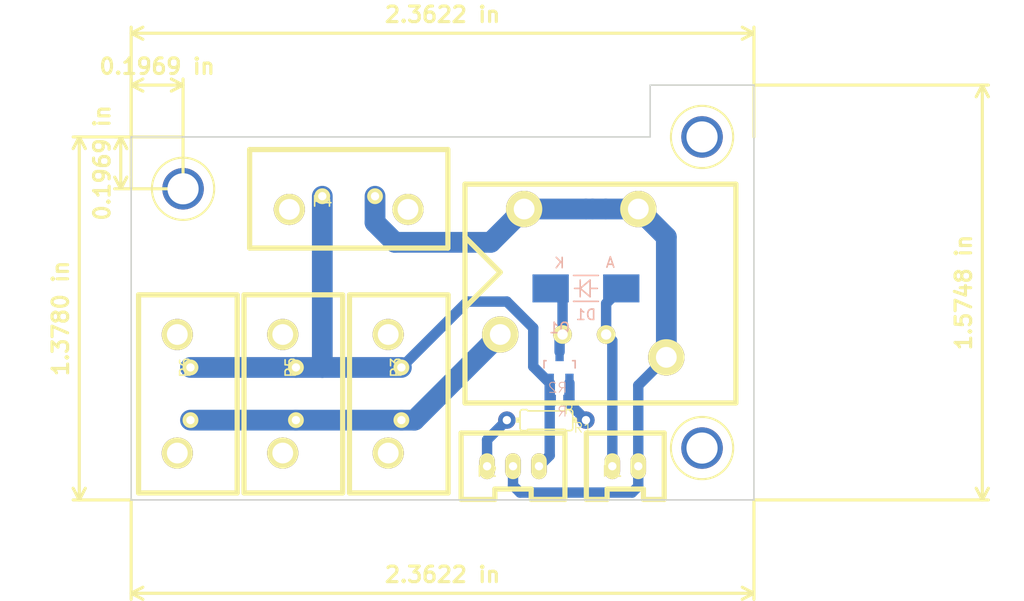
<source format=kicad_pcb>
(kicad_pcb (version 4) (host pcbnew 4.0.1-stable)

  (general
    (links 21)
    (no_connects 0)
    (area -0.075001 -5.075001 60.075001 35.075001)
    (thickness 1.6)
    (drawings 15)
    (tracks 57)
    (zones 0)
    (modules 11)
    (nets 8)
  )

  (page A4)
  (layers
    (0 F.Cu signal)
    (31 B.Cu signal)
    (32 B.Adhes user)
    (33 F.Adhes user)
    (34 B.Paste user)
    (35 F.Paste user)
    (36 B.SilkS user)
    (37 F.SilkS user)
    (38 B.Mask user)
    (39 F.Mask user)
    (40 Dwgs.User user)
    (41 Cmts.User user)
    (42 Eco1.User user)
    (43 Eco2.User user)
    (44 Edge.Cuts user)
    (45 Margin user)
    (46 B.CrtYd user)
    (47 F.CrtYd user)
    (48 B.Fab user)
    (49 F.Fab user)
  )

  (setup
    (last_trace_width 1)
    (user_trace_width 0.5)
    (user_trace_width 1)
    (user_trace_width 2)
    (trace_clearance 0.2)
    (zone_clearance 0.2)
    (zone_45_only no)
    (trace_min 0.2)
    (segment_width 0.2)
    (edge_width 0.15)
    (via_size 0.6)
    (via_drill 0.4)
    (via_min_size 0.4)
    (via_min_drill 0.3)
    (user_via 1.5 0.8)
    (user_via 4 3)
    (uvia_size 0.3)
    (uvia_drill 0.1)
    (uvias_allowed no)
    (uvia_min_size 0.2)
    (uvia_min_drill 0.1)
    (pcb_text_width 0.3)
    (pcb_text_size 1.5 1.5)
    (mod_edge_width 0.15)
    (mod_text_size 1 1)
    (mod_text_width 0.15)
    (pad_size 1.524 1.524)
    (pad_drill 0.762)
    (pad_to_mask_clearance 0.2)
    (aux_axis_origin 0 0)
    (visible_elements 7FFFFFFF)
    (pcbplotparams
      (layerselection 0x00030_80000001)
      (usegerberextensions false)
      (excludeedgelayer true)
      (linewidth 0.100000)
      (plotframeref false)
      (viasonmask false)
      (mode 1)
      (useauxorigin false)
      (hpglpennumber 1)
      (hpglpenspeed 20)
      (hpglpendiameter 15)
      (hpglpenoverlay 2)
      (psnegative false)
      (psa4output false)
      (plotreference true)
      (plotvalue true)
      (plotinvisibletext false)
      (padsonsilk false)
      (subtractmaskfromsilk false)
      (outputformat 1)
      (mirror false)
      (drillshape 1)
      (scaleselection 1)
      (outputdirectory ""))
  )

  (net 0 "")
  (net 1 "Net-(D1-Pad1)")
  (net 2 +BATT)
  (net 3 GNDPWR)
  (net 4 /OUT)
  (net 5 "Net-(Q1-PadG)")
  (net 6 "Net-(D1-Pad2)")
  (net 7 "Net-(P2-Pad3)")

  (net_class Default "これは標準のネット クラスです。"
    (clearance 0.2)
    (trace_width 0.25)
    (via_dia 0.6)
    (via_drill 0.4)
    (uvia_dia 0.3)
    (uvia_drill 0.1)
    (add_net +BATT)
    (add_net /OUT)
    (add_net GNDPWR)
    (add_net "Net-(D1-Pad1)")
    (add_net "Net-(D1-Pad2)")
    (add_net "Net-(P2-Pad3)")
    (add_net "Net-(Q1-PadG)")
  )

  (module RP_KiCAD_Connector:XA_2T (layer F.Cu) (tedit 570470CE) (tstamp 57076CC7)
    (at 46.355 31.75)
    (path /57077D4A)
    (fp_text reference P1 (at 0 0.5) (layer F.SilkS)
      (effects (font (size 1 1) (thickness 0.15)))
    )
    (fp_text value CONN_01X02 (at 0 -0.5) (layer F.Fab)
      (effects (font (size 1 1) (thickness 0.15)))
    )
    (fp_line (start -2.5 3.2) (end -0.5 3.2) (layer F.SilkS) (width 0.5))
    (fp_line (start -0.5 3.2) (end -0.5 2.2) (layer F.SilkS) (width 0.5))
    (fp_line (start -0.5 2.2) (end 3 2.2) (layer F.SilkS) (width 0.5))
    (fp_line (start 3 2.2) (end 3 3.2) (layer F.SilkS) (width 0.5))
    (fp_line (start 3 3.2) (end 5 3.2) (layer F.SilkS) (width 0.5))
    (fp_line (start -2.5 -3.2) (end -2.5 3.2) (layer F.SilkS) (width 0.5))
    (fp_line (start 5 3.2) (end 5 -3.2) (layer F.SilkS) (width 0.5))
    (fp_line (start 5 -3.2) (end -2.5 -3.2) (layer F.SilkS) (width 0.5))
    (pad 2 thru_hole oval (at 0 0) (size 1.5 2.5) (drill 0.8) (layers *.Cu *.Mask F.SilkS)
      (net 6 "Net-(D1-Pad2)"))
    (pad 1 thru_hole oval (at 2.5 0) (size 1.5 2.5) (drill 0.8) (layers *.Cu *.Mask F.SilkS)
      (net 2 +BATT))
    (model conn_XA/XA_2T.wrl
      (at (xyz 0.05 0 0))
      (scale (xyz 4 4 4))
      (rotate (xyz -90 0 0))
    )
  )

  (module Relays_ThroughHole:V23076-A3001-D142 (layer F.Cu) (tedit 57049A26) (tstamp 57076D02)
    (at 35.56 19.05 180)
    (path /5704AD75)
    (fp_text reference U1 (at 0 0.5 180) (layer F.SilkS)
      (effects (font (size 1 1) (thickness 0.15)))
    )
    (fp_text value V23076-D3001-D142 (at 0 -0.5 180) (layer F.Fab)
      (effects (font (size 1 1) (thickness 0.15)))
    )
    (fp_line (start 0 6) (end 3.4 9.4) (layer F.SilkS) (width 0.5))
    (fp_line (start 0 6) (end 3.4 2.6) (layer F.SilkS) (width 0.5))
    (fp_line (start -22.7 -6.6) (end -22.7 14.5) (layer F.SilkS) (width 0.5))
    (fp_line (start 3.4 0) (end 3.4 14.5) (layer F.SilkS) (width 0.5))
    (fp_line (start 3.4 14.5) (end -22.7 14.5) (layer F.SilkS) (width 0.5))
    (fp_line (start 3.4 -6.6) (end -22.7 -6.6) (layer F.SilkS) (width 0.5))
    (fp_line (start 3.4 0) (end 3.4 -6.6) (layer F.SilkS) (width 0.5))
    (pad 5 thru_hole circle (at 0 0 180) (size 3.5 3.5) (drill 2) (layers *.Cu *.Mask F.SilkS)
      (net 4 /OUT))
    (pad 2 thru_hole circle (at -10.2 0 180) (size 1.8 1.8) (drill 1) (layers *.Cu *.Mask F.SilkS)
      (net 6 "Net-(D1-Pad2)"))
    (pad 1 thru_hole circle (at -6 0 180) (size 1.8 1.8) (drill 1) (layers *.Cu *.Mask F.SilkS)
      (net 1 "Net-(D1-Pad1)"))
    (pad 4 thru_hole circle (at -16 -2.2 180) (size 3.5 3.5) (drill 2) (layers *.Cu *.Mask F.SilkS)
      (net 2 +BATT))
    (pad 4 thru_hole circle (at -2.3 12.1 180) (size 3.5 3.5) (drill 2) (layers *.Cu *.Mask F.SilkS)
      (net 2 +BATT))
    (pad 4 thru_hole circle (at -13.3 12.1 180) (size 3.5 3.5) (drill 2) (layers *.Cu *.Mask F.SilkS)
      (net 2 +BATT))
    (model Relays_ThroughHole.3dshapes/V23076-D3001.wrl
      (at (xyz 0.135 0.26 0))
      (scale (xyz 3.95 3.95 3.95))
      (rotate (xyz 0 0 180))
    )
  )

  (module Connect:D3200_2T (layer F.Cu) (tedit 570CADE2) (tstamp 570CE10D)
    (at 18.415 5.715)
    (path /57076DBC)
    (fp_text reference P4 (at 0 0.5) (layer F.SilkS)
      (effects (font (size 1 1) (thickness 0.15)))
    )
    (fp_text value CONN_01X02 (at 0 -0.5) (layer F.Fab)
      (effects (font (size 1 1) (thickness 0.15)))
    )
    (fp_line (start -7 5) (end 12.1 5) (layer F.SilkS) (width 0.5))
    (fp_line (start 12.1 5) (end 12.1 -4.5) (layer F.SilkS) (width 0.5))
    (fp_line (start -7 -4.5) (end 12.1 -4.5) (layer F.SilkS) (width 0.5))
    (fp_line (start -7 -4.5) (end -7 5) (layer F.SilkS) (width 0.5))
    (pad 1 thru_hole circle (at 0 0) (size 1.524 1.524) (drill 0.8) (layers *.Cu *.Mask F.SilkS)
      (net 3 GNDPWR))
    (pad 2 thru_hole circle (at 5.08 0) (size 1.524 1.524) (drill 0.8) (layers *.Cu *.Mask F.SilkS)
      (net 2 +BATT))
    (pad 3 thru_hole circle (at -3.175 1.27) (size 3 3) (drill 2) (layers *.Cu *.Mask F.SilkS))
    (pad 5 thru_hole circle (at 8.255 1.27) (size 3 3) (drill 2) (layers *.Cu *.Mask F.SilkS))
    (model conn_D3200/D-3200T_2.wrl
      (at (xyz 0.1 0 0.2))
      (scale (xyz 3.95 3.95 3.95))
      (rotate (xyz 0 0 0))
    )
  )

  (module Diodes_SMD:MELF_Handsoldering (layer B.Cu) (tedit 552FE6B7) (tstamp 57076CC1)
    (at 43.815 14.605)
    (descr "Diode MELF Handsoldering")
    (tags "Diode MELF Handsoldering")
    (path /57077720)
    (attr smd)
    (fp_text reference D1 (at 0 2.54) (layer B.SilkS)
      (effects (font (size 1 1) (thickness 0.15)) (justify mirror))
    )
    (fp_text value DIODE (at 0 -3.81) (layer B.Fab)
      (effects (font (size 1 1) (thickness 0.15)) (justify mirror))
    )
    (fp_line (start -5.4 1.6) (end 5.4 1.6) (layer B.CrtYd) (width 0.05))
    (fp_line (start 5.4 1.6) (end 5.4 -1.6) (layer B.CrtYd) (width 0.05))
    (fp_line (start 5.4 -1.6) (end -5.4 -1.6) (layer B.CrtYd) (width 0.05))
    (fp_line (start -5.4 -1.6) (end -5.4 1.6) (layer B.CrtYd) (width 0.05))
    (fp_line (start 0.39878 0) (end 1.09982 0) (layer B.SilkS) (width 0.15))
    (fp_line (start -0.55118 0) (end -1.09982 0) (layer B.SilkS) (width 0.15))
    (fp_line (start -0.55118 0) (end -0.55118 -0.8001) (layer B.SilkS) (width 0.15))
    (fp_line (start -0.55118 0) (end -0.55118 0.8001) (layer B.SilkS) (width 0.15))
    (fp_line (start -0.55118 0) (end 0.39878 0.8001) (layer B.SilkS) (width 0.15))
    (fp_line (start 0.39878 0.8001) (end 0.39878 -0.8001) (layer B.SilkS) (width 0.15))
    (fp_line (start 0.39878 -0.8001) (end -0.55118 0) (layer B.SilkS) (width 0.15))
    (fp_text user K (at -2.55 -2.45) (layer B.SilkS)
      (effects (font (size 1 1) (thickness 0.15)) (justify mirror))
    )
    (fp_text user A (at 2.35 -2.5) (layer B.SilkS)
      (effects (font (size 1 1) (thickness 0.15)) (justify mirror))
    )
    (fp_line (start -1.09982 1.24968) (end -1.19888 1.24968) (layer B.SilkS) (width 0.15))
    (fp_line (start -1.09982 -1.24968) (end -1.19888 -1.24968) (layer B.SilkS) (width 0.15))
    (fp_line (start 1.19888 1.24968) (end -1.15062 1.24968) (layer B.SilkS) (width 0.15))
    (fp_line (start 1.19888 -1.24968) (end -1.04902 -1.24968) (layer B.SilkS) (width 0.15))
    (pad 1 smd rect (at -3.40106 0) (size 3.50012 2.70002) (layers B.Cu B.Paste B.Mask)
      (net 1 "Net-(D1-Pad1)"))
    (pad 2 smd rect (at 3.40106 0) (size 3.50012 2.70002) (layers B.Cu B.Paste B.Mask)
      (net 6 "Net-(D1-Pad2)"))
    (model Diodes_SMD.3dshapes/MELF_Handsoldering.wrl
      (at (xyz 0 0 0))
      (scale (xyz 0.3937 0.3937 0.3937))
      (rotate (xyz 0 0 180))
    )
  )

  (module TO_SOT_Packages_SMD:SOT-23_Handsoldering (layer B.Cu) (tedit 56FA59B0) (tstamp 57076CEC)
    (at 41.275 22.225 180)
    (descr "SOT-23, Handsoldering")
    (tags SOT-23)
    (path /570768D8)
    (attr smd)
    (fp_text reference Q1 (at 0 3.81 180) (layer B.SilkS)
      (effects (font (size 1 1) (thickness 0.15)) (justify mirror))
    )
    (fp_text value MOSFET_N (at 0 -3.81 180) (layer B.Fab)
      (effects (font (size 1 1) (thickness 0.15)) (justify mirror))
    )
    (fp_line (start -1.49982 -0.0508) (end -1.49982 0.65024) (layer B.SilkS) (width 0.15))
    (fp_line (start -1.49982 0.65024) (end -1.2509 0.65024) (layer B.SilkS) (width 0.15))
    (fp_line (start 1.29916 0.65024) (end 1.49982 0.65024) (layer B.SilkS) (width 0.15))
    (fp_line (start 1.49982 0.65024) (end 1.49982 -0.0508) (layer B.SilkS) (width 0.15))
    (pad G smd rect (at -0.95 -1.50114 180) (size 0.8001 1.80086) (layers B.Cu B.Paste B.Mask)
      (net 5 "Net-(Q1-PadG)"))
    (pad S smd rect (at 0.95 -1.50114 180) (size 0.8001 1.80086) (layers B.Cu B.Paste B.Mask)
      (net 3 GNDPWR))
    (pad D smd rect (at 0 1.50114 180) (size 0.8001 1.80086) (layers B.Cu B.Paste B.Mask)
      (net 1 "Net-(D1-Pad1)"))
    (model TO_SOT_Packages_SMD.3dshapes/SOT-23_Handsoldering.wrl
      (at (xyz 0 0 0))
      (scale (xyz 1 1 1))
      (rotate (xyz 0 0 0))
    )
  )

  (module RP_KiCAD_Libs:0204_2f7 (layer F.Cu) (tedit 0) (tstamp 57076CF2)
    (at 40.005 27.305 180)
    (descr "<b>RESISTOR</b><p>\ntype 0204, grid 7.5 mm")
    (path /570769B0)
    (fp_text reference R1 (at -2.54 -1.2954 180) (layer F.SilkS)
      (effects (font (size 0.94107 0.94107) (thickness 0.09906)) (justify left bottom))
    )
    (fp_text value R (at -1.6256 0.4826 180) (layer F.SilkS)
      (effects (font (size 0.94107 0.94107) (thickness 0.09906)) (justify left bottom))
    )
    (fp_line (start 3.81 0) (end 2.921 0) (layer Dwgs.User) (width 0.508))
    (fp_line (start -3.81 0) (end -2.921 0) (layer Dwgs.User) (width 0.508))
    (fp_arc (start -2.286 -0.762) (end -2.54 -0.762) (angle 90) (layer F.SilkS) (width 0.1524))
    (fp_arc (start -2.286 0.762) (end -2.54 0.762) (angle -90) (layer F.SilkS) (width 0.1524))
    (fp_arc (start 2.286 0.762) (end 2.286 1.016) (angle -90) (layer F.SilkS) (width 0.1524))
    (fp_arc (start 2.286 -0.762) (end 2.286 -1.016) (angle 90) (layer F.SilkS) (width 0.1524))
    (fp_line (start -2.54 0.762) (end -2.54 -0.762) (layer F.SilkS) (width 0.1524))
    (fp_line (start -2.286 -1.016) (end -1.905 -1.016) (layer F.SilkS) (width 0.1524))
    (fp_line (start -1.778 -0.889) (end -1.905 -1.016) (layer F.SilkS) (width 0.1524))
    (fp_line (start -2.286 1.016) (end -1.905 1.016) (layer F.SilkS) (width 0.1524))
    (fp_line (start -1.778 0.889) (end -1.905 1.016) (layer F.SilkS) (width 0.1524))
    (fp_line (start 1.778 -0.889) (end 1.905 -1.016) (layer F.SilkS) (width 0.1524))
    (fp_line (start 1.778 -0.889) (end -1.778 -0.889) (layer F.SilkS) (width 0.1524))
    (fp_line (start 1.778 0.889) (end 1.905 1.016) (layer F.SilkS) (width 0.1524))
    (fp_line (start 1.778 0.889) (end -1.778 0.889) (layer F.SilkS) (width 0.1524))
    (fp_line (start 2.286 -1.016) (end 1.905 -1.016) (layer F.SilkS) (width 0.1524))
    (fp_line (start 2.286 1.016) (end 1.905 1.016) (layer F.SilkS) (width 0.1524))
    (fp_line (start 2.54 0.762) (end 2.54 -0.762) (layer F.SilkS) (width 0.1524))
    (fp_poly (pts (xy 2.54 0.254) (xy 2.921 0.254) (xy 2.921 -0.254) (xy 2.54 -0.254)) (layer F.SilkS) (width 0))
    (fp_poly (pts (xy -2.921 0.254) (xy -2.54 0.254) (xy -2.54 -0.254) (xy -2.921 -0.254)) (layer F.SilkS) (width 0))
    (pad 1 thru_hole circle (at -3.81 0 180) (size 1.6764 1.6764) (drill 0.8) (layers *.Cu *.Mask)
      (net 5 "Net-(Q1-PadG)"))
    (pad 2 thru_hole circle (at 3.81 0 180) (size 1.6764 1.6764) (drill 0.8) (layers *.Cu *.Mask)
      (net 7 "Net-(P2-Pad3)"))
    (model discret/resistors/horizontal/r_h_820R.wrl
      (at (xyz 0 0 0))
      (scale (xyz 0.3 0.3 0.3))
      (rotate (xyz 0 0 0))
    )
  )

  (module Connect:D3200_2T (layer F.Cu) (tedit 570CADE2) (tstamp 570CE102)
    (at 26.035 22.225 270)
    (path /57076EF1)
    (fp_text reference P3 (at 0 0.5 270) (layer F.SilkS)
      (effects (font (size 1 1) (thickness 0.15)))
    )
    (fp_text value CONN_01X02 (at 0 -0.5 270) (layer F.Fab)
      (effects (font (size 1 1) (thickness 0.15)))
    )
    (fp_line (start -7 5) (end 12.1 5) (layer F.SilkS) (width 0.5))
    (fp_line (start 12.1 5) (end 12.1 -4.5) (layer F.SilkS) (width 0.5))
    (fp_line (start -7 -4.5) (end 12.1 -4.5) (layer F.SilkS) (width 0.5))
    (fp_line (start -7 -4.5) (end -7 5) (layer F.SilkS) (width 0.5))
    (pad 1 thru_hole circle (at 0 0 270) (size 1.524 1.524) (drill 0.8) (layers *.Cu *.Mask F.SilkS)
      (net 3 GNDPWR))
    (pad 2 thru_hole circle (at 5.08 0 270) (size 1.524 1.524) (drill 0.8) (layers *.Cu *.Mask F.SilkS)
      (net 4 /OUT))
    (pad 3 thru_hole circle (at -3.175 1.27 270) (size 3 3) (drill 2) (layers *.Cu *.Mask F.SilkS))
    (pad 5 thru_hole circle (at 8.255 1.27 270) (size 3 3) (drill 2) (layers *.Cu *.Mask F.SilkS))
    (model conn_D3200/D-3200T_2.wrl
      (at (xyz 0.1 0 0.2))
      (scale (xyz 3.95 3.95 3.95))
      (rotate (xyz 0 0 0))
    )
  )

  (module Connect:D3200_2T (layer F.Cu) (tedit 570CADE2) (tstamp 570CE118)
    (at 15.875 22.225 270)
    (path /57076F2E)
    (fp_text reference P5 (at 0 0.5 270) (layer F.SilkS)
      (effects (font (size 1 1) (thickness 0.15)))
    )
    (fp_text value CONN_01X02 (at 0 -0.5 270) (layer F.Fab)
      (effects (font (size 1 1) (thickness 0.15)))
    )
    (fp_line (start -7 5) (end 12.1 5) (layer F.SilkS) (width 0.5))
    (fp_line (start 12.1 5) (end 12.1 -4.5) (layer F.SilkS) (width 0.5))
    (fp_line (start -7 -4.5) (end 12.1 -4.5) (layer F.SilkS) (width 0.5))
    (fp_line (start -7 -4.5) (end -7 5) (layer F.SilkS) (width 0.5))
    (pad 1 thru_hole circle (at 0 0 270) (size 1.524 1.524) (drill 0.8) (layers *.Cu *.Mask F.SilkS)
      (net 3 GNDPWR))
    (pad 2 thru_hole circle (at 5.08 0 270) (size 1.524 1.524) (drill 0.8) (layers *.Cu *.Mask F.SilkS)
      (net 4 /OUT))
    (pad 3 thru_hole circle (at -3.175 1.27 270) (size 3 3) (drill 2) (layers *.Cu *.Mask F.SilkS))
    (pad 5 thru_hole circle (at 8.255 1.27 270) (size 3 3) (drill 2) (layers *.Cu *.Mask F.SilkS))
    (model conn_D3200/D-3200T_2.wrl
      (at (xyz 0.1 0 0.2))
      (scale (xyz 3.95 3.95 3.95))
      (rotate (xyz 0 0 0))
    )
  )

  (module Connect:D3200_2T (layer F.Cu) (tedit 570CADE2) (tstamp 570CE123)
    (at 5.715 22.225 270)
    (path /57076FE5)
    (fp_text reference P6 (at 0 0.5 270) (layer F.SilkS)
      (effects (font (size 1 1) (thickness 0.15)))
    )
    (fp_text value CONN_01X02 (at 0 -0.5 270) (layer F.Fab)
      (effects (font (size 1 1) (thickness 0.15)))
    )
    (fp_line (start -7 5) (end 12.1 5) (layer F.SilkS) (width 0.5))
    (fp_line (start 12.1 5) (end 12.1 -4.5) (layer F.SilkS) (width 0.5))
    (fp_line (start -7 -4.5) (end 12.1 -4.5) (layer F.SilkS) (width 0.5))
    (fp_line (start -7 -4.5) (end -7 5) (layer F.SilkS) (width 0.5))
    (pad 1 thru_hole circle (at 0 0 270) (size 1.524 1.524) (drill 0.8) (layers *.Cu *.Mask F.SilkS)
      (net 3 GNDPWR))
    (pad 2 thru_hole circle (at 5.08 0 270) (size 1.524 1.524) (drill 0.8) (layers *.Cu *.Mask F.SilkS)
      (net 4 /OUT))
    (pad 3 thru_hole circle (at -3.175 1.27 270) (size 3 3) (drill 2) (layers *.Cu *.Mask F.SilkS))
    (pad 5 thru_hole circle (at 8.255 1.27 270) (size 3 3) (drill 2) (layers *.Cu *.Mask F.SilkS))
    (model conn_D3200/D-3200T_2.wrl
      (at (xyz 0.1 0 0.2))
      (scale (xyz 3.95 3.95 3.95))
      (rotate (xyz 0 0 0))
    )
  )

  (module RP_KiCAD_Connector:XA_3T (layer F.Cu) (tedit 5704715B) (tstamp 570CD852)
    (at 34.29 31.75)
    (path /570CDAE3)
    (fp_text reference P2 (at 0 0.5) (layer F.SilkS)
      (effects (font (size 1 1) (thickness 0.15)))
    )
    (fp_text value CONN_01X03 (at 0 -0.5) (layer F.Fab)
      (effects (font (size 1 1) (thickness 0.15)))
    )
    (fp_line (start 0.75 2.2) (end 4.25 2.2) (layer F.SilkS) (width 0.5))
    (fp_line (start 4.25 2.2) (end 4.25 3.2) (layer F.SilkS) (width 0.5))
    (fp_line (start 4.25 3.2) (end 7.5 3.2) (layer F.SilkS) (width 0.5))
    (fp_line (start -2.5 3.2) (end 0.75 3.2) (layer F.SilkS) (width 0.5))
    (fp_line (start 0.75 3.2) (end 0.75 2.2) (layer F.SilkS) (width 0.5))
    (fp_line (start -2.5 -3.2) (end 7.5 -3.2) (layer F.SilkS) (width 0.5))
    (fp_line (start 7.5 -3.2) (end 7.5 3.2) (layer F.SilkS) (width 0.5))
    (fp_line (start -2.5 -3.2) (end -2.5 3.2) (layer F.SilkS) (width 0.5))
    (pad 3 thru_hole oval (at 0 0) (size 1.5 2.5) (drill 0.8) (layers *.Cu *.Mask F.SilkS)
      (net 7 "Net-(P2-Pad3)"))
    (pad 2 thru_hole oval (at 2.5 0) (size 1.5 2.5) (drill 0.8) (layers *.Cu *.Mask F.SilkS)
      (net 2 +BATT))
    (pad 1 thru_hole oval (at 5 0) (size 1.5 2.5) (drill 0.8) (layers *.Cu *.Mask F.SilkS)
      (net 3 GNDPWR))
    (model conn_XA/XA_3T.wrl
      (at (xyz 0.1 0 0))
      (scale (xyz 4 4 4))
      (rotate (xyz -90 0 0))
    )
  )

  (module RP_KiCAD_Libs:C0603K (layer B.Cu) (tedit 0) (tstamp 571046ED)
    (at 41.275 25.4 180)
    (descr "<b>Ceramic Chip Capacitor KEMET 0603 reflow solder</b><p>\nMetric Code Size 1608")
    (path /57076931)
    (fp_text reference R2 (at -0.8 0.65 180) (layer B.SilkS)
      (effects (font (size 0.9652 0.9652) (thickness 0.08128)) (justify left bottom mirror))
    )
    (fp_text value R (at -0.8 -1.65 180) (layer B.SilkS)
      (effects (font (size 0.9652 0.9652) (thickness 0.08128)) (justify left bottom mirror))
    )
    (fp_line (start -0.725 0.35) (end 0.725 0.35) (layer Dwgs.User) (width 0.1016))
    (fp_line (start 0.725 -0.35) (end -0.725 -0.35) (layer Dwgs.User) (width 0.1016))
    (fp_poly (pts (xy -0.8 -0.4) (xy -0.45 -0.4) (xy -0.45 0.4) (xy -0.8 0.4)) (layer Dwgs.User) (width 0))
    (fp_poly (pts (xy 0.45 -0.4) (xy 0.8 -0.4) (xy 0.8 0.4) (xy 0.45 0.4)) (layer Dwgs.User) (width 0))
    (pad 1 smd rect (at -0.875 0 180) (size 1.05 1.08) (layers B.Cu B.Paste B.Mask)
      (net 5 "Net-(Q1-PadG)"))
    (pad 2 smd rect (at 0.875 0 180) (size 1.05 1.08) (layers B.Cu B.Paste B.Mask)
      (net 3 GNDPWR))
    (model Resistors_SMD.3dshapes/R_0603.wrl
      (at (xyz 0 0 0))
      (scale (xyz 1 1 1))
      (rotate (xyz 0 0 0))
    )
  )

  (gr_line (start 50 -5) (end 60 -5) (angle 90) (layer Edge.Cuts) (width 0.15))
  (gr_line (start 50 0) (end 50 -5) (angle 90) (layer Edge.Cuts) (width 0.15))
  (dimension 60 (width 0.3) (layer F.SilkS)
    (gr_text "60.000 mm" (at 30 -11.35) (layer F.SilkS)
      (effects (font (size 1.5 1.5) (thickness 0.3)))
    )
    (feature1 (pts (xy 60 0) (xy 60 -12.7)))
    (feature2 (pts (xy 0 0) (xy 0 -12.7)))
    (crossbar (pts (xy 0 -10) (xy 60 -10)))
    (arrow1a (pts (xy 60 -10) (xy 58.873496 -9.413579)))
    (arrow1b (pts (xy 60 -10) (xy 58.873496 -10.586421)))
    (arrow2a (pts (xy 0 -10) (xy 1.126504 -9.413579)))
    (arrow2b (pts (xy 0 -10) (xy 1.126504 -10.586421)))
  )
  (gr_line (start 0 0) (end 50 0) (angle 90) (layer Edge.Cuts) (width 0.15))
  (gr_circle (center 5 5) (end 2 5) (layer F.SilkS) (width 0.2))
  (gr_circle (center 55 30) (end 55 27) (layer F.SilkS) (width 0.2))
  (gr_circle (center 55 0) (end 55 3) (layer F.SilkS) (width 0.2))
  (dimension 5 (width 0.3) (layer F.SilkS)
    (gr_text "5.000 mm" (at -2.35 2.5 90) (layer F.SilkS)
      (effects (font (size 1.5 1.5) (thickness 0.3)))
    )
    (feature1 (pts (xy 5 0) (xy -3.7 0)))
    (feature2 (pts (xy 5 5) (xy -3.7 5)))
    (crossbar (pts (xy -1 5) (xy -1 0)))
    (arrow1a (pts (xy -1 0) (xy -0.413579 1.126504)))
    (arrow1b (pts (xy -1 0) (xy -1.586421 1.126504)))
    (arrow2a (pts (xy -1 5) (xy -0.413579 3.873496)))
    (arrow2b (pts (xy -1 5) (xy -1.586421 3.873496)))
  )
  (dimension 5 (width 0.3) (layer F.SilkS)
    (gr_text "5.000 mm" (at 2.5 -6.35) (layer F.SilkS)
      (effects (font (size 1.5 1.5) (thickness 0.3)))
    )
    (feature1 (pts (xy 0 5) (xy 0 -7.7)))
    (feature2 (pts (xy 5 5) (xy 5 -7.7)))
    (crossbar (pts (xy 5 -5) (xy 0 -5)))
    (arrow1a (pts (xy 0 -5) (xy 1.126504 -5.586421)))
    (arrow1b (pts (xy 0 -5) (xy 1.126504 -4.413579)))
    (arrow2a (pts (xy 5 -5) (xy 3.873496 -5.586421)))
    (arrow2b (pts (xy 5 -5) (xy 3.873496 -4.413579)))
  )
  (dimension 40 (width 0.3) (layer F.SilkS)
    (gr_text "40.000 mm" (at 83.35 15 270) (layer F.SilkS)
      (effects (font (size 1.5 1.5) (thickness 0.3)))
    )
    (feature1 (pts (xy 60 35) (xy 84.7 35)))
    (feature2 (pts (xy 60 -5) (xy 84.7 -5)))
    (crossbar (pts (xy 82 -5) (xy 82 35)))
    (arrow1a (pts (xy 82 35) (xy 81.413579 33.873496)))
    (arrow1b (pts (xy 82 35) (xy 82.586421 33.873496)))
    (arrow2a (pts (xy 82 -5) (xy 81.413579 -3.873496)))
    (arrow2b (pts (xy 82 -5) (xy 82.586421 -3.873496)))
  )
  (dimension 60 (width 0.3) (layer F.SilkS)
    (gr_text "60.000 mm" (at 30 45.35) (layer F.SilkS)
      (effects (font (size 1.5 1.5) (thickness 0.3)))
    )
    (feature1 (pts (xy 60 35) (xy 60 46.7)))
    (feature2 (pts (xy 0 35) (xy 0 46.7)))
    (crossbar (pts (xy 0 44) (xy 60 44)))
    (arrow1a (pts (xy 60 44) (xy 58.873496 44.586421)))
    (arrow1b (pts (xy 60 44) (xy 58.873496 43.413579)))
    (arrow2a (pts (xy 0 44) (xy 1.126504 44.586421)))
    (arrow2b (pts (xy 0 44) (xy 1.126504 43.413579)))
  )
  (dimension 35 (width 0.3) (layer F.SilkS)
    (gr_text "35.000 mm" (at -6.35 17.5 270) (layer F.SilkS)
      (effects (font (size 1.5 1.5) (thickness 0.3)))
    )
    (feature1 (pts (xy 0 35) (xy -7.7 35)))
    (feature2 (pts (xy 0 0) (xy -7.7 0)))
    (crossbar (pts (xy -5 0) (xy -5 35)))
    (arrow1a (pts (xy -5 35) (xy -5.586421 33.873496)))
    (arrow1b (pts (xy -5 35) (xy -4.413579 33.873496)))
    (arrow2a (pts (xy -5 0) (xy -5.586421 1.126504)))
    (arrow2b (pts (xy -5 0) (xy -4.413579 1.126504)))
  )
  (gr_line (start 60 35) (end 60 -5) (angle 90) (layer Edge.Cuts) (width 0.15))
  (gr_line (start 0 0) (end 0 35) (angle 90) (layer Edge.Cuts) (width 0.15))
  (gr_line (start 0 35) (end 60 35) (angle 90) (layer Edge.Cuts) (width 0.15))

  (via (at 55 0) (size 4) (drill 3) (layers F.Cu B.Cu) (net 0))
  (via (at 55 30) (size 4) (drill 3) (layers F.Cu B.Cu) (net 0))
  (via (at 5 5) (size 4) (drill 3) (layers F.Cu B.Cu) (net 0))
  (segment (start 41.56 19.05) (end 41.56 15.75106) (width 1) (layer B.Cu) (net 1))
  (segment (start 41.56 15.75106) (end 40.41394 14.605) (width 1) (layer B.Cu) (net 1) (tstamp 5710B0B3))
  (segment (start 41.275 20.72386) (end 41.275 19.335) (width 1) (layer B.Cu) (net 1))
  (segment (start 41.275 19.335) (end 41.56 19.05) (width 1) (layer B.Cu) (net 1) (tstamp 5710AF8C))
  (segment (start 36.79 31.75) (end 36.79 33.615) (width 1) (layer B.Cu) (net 2) (status 400000))
  (segment (start 48.855 33.695) (end 48.855 31.75) (width 1) (layer B.Cu) (net 2) (tstamp 5710B18F) (status 800000))
  (segment (start 48.26 34.29) (end 48.855 33.695) (width 1) (layer B.Cu) (net 2) (tstamp 5710B18E))
  (segment (start 37.465 34.29) (end 48.26 34.29) (width 1) (layer B.Cu) (net 2) (tstamp 5710B18D))
  (segment (start 36.79 33.615) (end 37.465 34.29) (width 1) (layer B.Cu) (net 2) (tstamp 5710B18C))
  (segment (start 48.855 31.75) (end 48.855 23.955) (width 1) (layer B.Cu) (net 2))
  (segment (start 48.855 23.955) (end 51.56 21.25) (width 1) (layer B.Cu) (net 2) (tstamp 5710B15E))
  (segment (start 43.815 6.95) (end 43.815 6.985) (width 1) (layer B.Cu) (net 2) (tstamp 5710AFA4))
  (segment (start 43.815 6.985) (end 43.815 6.95) (width 1) (layer B.Cu) (net 2) (tstamp 5710AFA6))
  (segment (start 44.45 6.95) (end 44.45 6.985) (width 1) (layer B.Cu) (net 2) (tstamp 5710AF21))
  (segment (start 44.45 6.985) (end 44.45 6.95) (width 1) (layer B.Cu) (net 2) (tstamp 5710AF23))
  (segment (start 45.72 6.95) (end 45.72 6.985) (width 1) (layer B.Cu) (net 2) (tstamp 5710AF07))
  (segment (start 45.72 6.985) (end 45.72 6.95) (width 1) (layer B.Cu) (net 2) (tstamp 5710AF0A))
  (segment (start 48.86 6.95) (end 51.56 9.65) (width 2) (layer B.Cu) (net 2))
  (segment (start 51.56 9.65) (end 51.56 21.25) (width 2) (layer B.Cu) (net 2) (tstamp 5710AF03))
  (segment (start 37.86 6.95) (end 43.815 6.95) (width 2) (layer B.Cu) (net 2))
  (segment (start 43.815 6.95) (end 44.45 6.95) (width 2) (layer B.Cu) (net 2) (tstamp 5710AFA7))
  (segment (start 44.45 6.95) (end 45.72 6.95) (width 2) (layer B.Cu) (net 2) (tstamp 5710AF24))
  (segment (start 45.72 6.95) (end 48.86 6.95) (width 2) (layer B.Cu) (net 2) (tstamp 5710AF0B))
  (segment (start 23.495 5.715) (end 23.495 8.255) (width 2) (layer B.Cu) (net 2))
  (segment (start 34.65 10.16) (end 37.86 6.95) (width 2) (layer B.Cu) (net 2) (tstamp 5710AEFE))
  (segment (start 25.4 10.16) (end 34.65 10.16) (width 2) (layer B.Cu) (net 2) (tstamp 5710AEFD))
  (segment (start 23.495 8.255) (end 25.4 10.16) (width 2) (layer B.Cu) (net 2) (tstamp 5710AEFC))
  (segment (start 40.325 23.72614) (end 40.325 30.715) (width 1) (layer B.Cu) (net 3))
  (segment (start 40.325 30.715) (end 39.29 31.75) (width 1) (layer B.Cu) (net 3) (tstamp 5710B180))
  (segment (start 40.325 23.72614) (end 40.325 25.325) (width 1) (layer B.Cu) (net 3))
  (segment (start 40.325 25.325) (end 40.4 25.4) (width 1) (layer B.Cu) (net 3) (tstamp 5710AF8F))
  (segment (start 26.035 22.225) (end 32.385 15.875) (width 1) (layer B.Cu) (net 3))
  (segment (start 38.735 22.13614) (end 40.325 23.72614) (width 1) (layer B.Cu) (net 3) (tstamp 5710AF53))
  (segment (start 38.735 18.415) (end 38.735 22.13614) (width 1) (layer B.Cu) (net 3) (tstamp 5710AF52))
  (segment (start 36.195 15.875) (end 38.735 18.415) (width 1) (layer B.Cu) (net 3) (tstamp 5710AF51))
  (segment (start 32.385 15.875) (end 36.195 15.875) (width 1) (layer B.Cu) (net 3) (tstamp 5710AF4F))
  (segment (start 18.415 5.715) (end 18.415 22.225) (width 2) (layer B.Cu) (net 3))
  (segment (start 15.875 22.225) (end 18.415 22.225) (width 2) (layer B.Cu) (net 3))
  (segment (start 18.415 22.225) (end 26.035 22.225) (width 2) (layer B.Cu) (net 3) (tstamp 5710AEF9))
  (segment (start 5.715 22.225) (end 15.875 22.225) (width 2) (layer B.Cu) (net 3))
  (segment (start 26.035 27.305) (end 27.305 27.305) (width 2) (layer B.Cu) (net 4))
  (segment (start 27.305 27.305) (end 35.56 19.05) (width 2) (layer B.Cu) (net 4) (tstamp 5710AEF0))
  (segment (start 15.875 27.305) (end 26.035 27.305) (width 2) (layer B.Cu) (net 4))
  (segment (start 5.715 27.305) (end 15.875 27.305) (width 2) (layer B.Cu) (net 4))
  (segment (start 42.15 25.4) (end 42.15 25.64) (width 1) (layer B.Cu) (net 5) (status C00000))
  (segment (start 42.15 25.64) (end 43.815 27.305) (width 1) (layer B.Cu) (net 5) (tstamp 5710B195) (status C00000))
  (segment (start 42.225 23.72614) (end 42.225 25.325) (width 1) (layer B.Cu) (net 5))
  (segment (start 42.225 25.325) (end 42.15 25.4) (width 1) (layer B.Cu) (net 5) (tstamp 5710AF92))
  (segment (start 46.355 31.75) (end 46.355 19.645) (width 1) (layer B.Cu) (net 6))
  (segment (start 46.355 19.645) (end 45.76 19.05) (width 1) (layer B.Cu) (net 6) (tstamp 5710B17D))
  (segment (start 45.76 19.05) (end 45.76 16.06106) (width 1) (layer B.Cu) (net 6))
  (segment (start 45.76 16.06106) (end 47.21606 14.605) (width 1) (layer B.Cu) (net 6) (tstamp 5710B0B7))
  (segment (start 34.29 31.75) (end 34.29 29.21) (width 1) (layer B.Cu) (net 7) (status 400000))
  (segment (start 34.29 29.21) (end 36.195 27.305) (width 1) (layer B.Cu) (net 7) (tstamp 5710B192) (status 800000))

)

</source>
